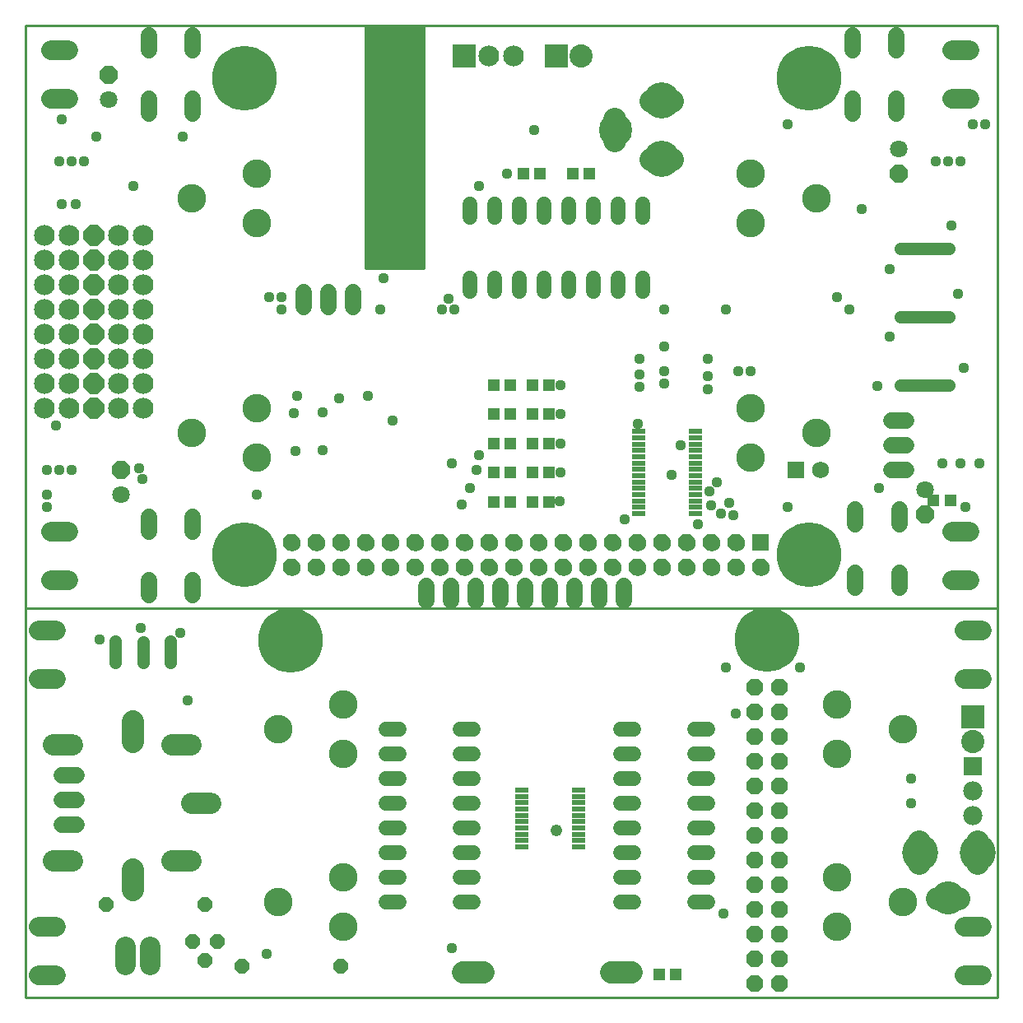
<source format=gbs>
G75*
%MOIN*%
%OFA0B0*%
%FSLAX25Y25*%
%IPPOS*%
%LPD*%
%AMOC8*
5,1,8,0,0,1.08239X$1,22.5*
%
%ADD10C,0.01000*%
%ADD11C,0.05000*%
%ADD12R,0.23622X0.98425*%
%ADD13C,0.00000*%
%ADD14C,0.11627*%
%ADD15R,0.06800X0.06800*%
%ADD16C,0.06800*%
%ADD17OC8,0.06800*%
%ADD18C,0.11600*%
%ADD19C,0.06737*%
%ADD20C,0.07850*%
%ADD21R,0.04934X0.05052*%
%ADD22R,0.05524X0.02178*%
%ADD23C,0.06000*%
%ADD24C,0.09400*%
%ADD25C,0.14643*%
%ADD26C,0.13461*%
%ADD27C,0.06800*%
%ADD28OC8,0.07100*%
%ADD29C,0.07100*%
%ADD30C,0.05950*%
%ADD31C,0.08600*%
%ADD32C,0.09050*%
%ADD33C,0.08200*%
%ADD34OC8,0.06000*%
%ADD35R,0.05131X0.04737*%
%ADD36R,0.05524X0.02375*%
%ADD37C,0.26200*%
%ADD38R,0.07800X0.07800*%
%ADD39R,0.09400X0.09400*%
%ADD40C,0.04369*%
%ADD41OC8,0.08400*%
%ADD42C,0.08400*%
%ADD43C,0.09400*%
%ADD44C,0.07800*%
%ADD45C,0.04762*%
D10*
X0013061Y0050702D02*
X0013061Y0208182D01*
X0406762Y0208182D01*
X0406762Y0444402D01*
X0174478Y0444402D01*
X0150856Y0444402D01*
X0150856Y0345977D01*
X0174478Y0345977D01*
X0174478Y0444402D01*
X0150856Y0444402D02*
X0013061Y0444402D01*
X0013061Y0208182D01*
X0013061Y0050702D02*
X0406762Y0050702D01*
X0406762Y0208182D01*
D11*
X0387077Y0298733D02*
X0367392Y0298733D01*
X0367392Y0326292D02*
X0387077Y0326292D01*
X0387077Y0353851D02*
X0367392Y0353851D01*
X0071561Y0194952D02*
X0071561Y0186452D01*
X0060561Y0186202D02*
X0060561Y0194702D01*
X0049311Y0194952D02*
X0049311Y0186452D01*
D12*
X0162667Y0395190D03*
D13*
X0096231Y0422749D02*
X0096233Y0422896D01*
X0096239Y0423042D01*
X0096249Y0423188D01*
X0096263Y0423334D01*
X0096281Y0423480D01*
X0096302Y0423625D01*
X0096328Y0423769D01*
X0096358Y0423913D01*
X0096391Y0424055D01*
X0096428Y0424197D01*
X0096469Y0424338D01*
X0096514Y0424477D01*
X0096563Y0424616D01*
X0096615Y0424753D01*
X0096672Y0424888D01*
X0096731Y0425022D01*
X0096795Y0425154D01*
X0096862Y0425284D01*
X0096932Y0425413D01*
X0097006Y0425540D01*
X0097083Y0425664D01*
X0097164Y0425787D01*
X0097248Y0425907D01*
X0097335Y0426025D01*
X0097425Y0426140D01*
X0097518Y0426253D01*
X0097615Y0426364D01*
X0097714Y0426472D01*
X0097816Y0426577D01*
X0097921Y0426679D01*
X0098029Y0426778D01*
X0098140Y0426875D01*
X0098253Y0426968D01*
X0098368Y0427058D01*
X0098486Y0427145D01*
X0098606Y0427229D01*
X0098729Y0427310D01*
X0098853Y0427387D01*
X0098980Y0427461D01*
X0099109Y0427531D01*
X0099239Y0427598D01*
X0099371Y0427662D01*
X0099505Y0427721D01*
X0099640Y0427778D01*
X0099777Y0427830D01*
X0099916Y0427879D01*
X0100055Y0427924D01*
X0100196Y0427965D01*
X0100338Y0428002D01*
X0100480Y0428035D01*
X0100624Y0428065D01*
X0100768Y0428091D01*
X0100913Y0428112D01*
X0101059Y0428130D01*
X0101205Y0428144D01*
X0101351Y0428154D01*
X0101497Y0428160D01*
X0101644Y0428162D01*
X0101791Y0428160D01*
X0101937Y0428154D01*
X0102083Y0428144D01*
X0102229Y0428130D01*
X0102375Y0428112D01*
X0102520Y0428091D01*
X0102664Y0428065D01*
X0102808Y0428035D01*
X0102950Y0428002D01*
X0103092Y0427965D01*
X0103233Y0427924D01*
X0103372Y0427879D01*
X0103511Y0427830D01*
X0103648Y0427778D01*
X0103783Y0427721D01*
X0103917Y0427662D01*
X0104049Y0427598D01*
X0104179Y0427531D01*
X0104308Y0427461D01*
X0104435Y0427387D01*
X0104559Y0427310D01*
X0104682Y0427229D01*
X0104802Y0427145D01*
X0104920Y0427058D01*
X0105035Y0426968D01*
X0105148Y0426875D01*
X0105259Y0426778D01*
X0105367Y0426679D01*
X0105472Y0426577D01*
X0105574Y0426472D01*
X0105673Y0426364D01*
X0105770Y0426253D01*
X0105863Y0426140D01*
X0105953Y0426025D01*
X0106040Y0425907D01*
X0106124Y0425787D01*
X0106205Y0425664D01*
X0106282Y0425540D01*
X0106356Y0425413D01*
X0106426Y0425284D01*
X0106493Y0425154D01*
X0106557Y0425022D01*
X0106616Y0424888D01*
X0106673Y0424753D01*
X0106725Y0424616D01*
X0106774Y0424477D01*
X0106819Y0424338D01*
X0106860Y0424197D01*
X0106897Y0424055D01*
X0106930Y0423913D01*
X0106960Y0423769D01*
X0106986Y0423625D01*
X0107007Y0423480D01*
X0107025Y0423334D01*
X0107039Y0423188D01*
X0107049Y0423042D01*
X0107055Y0422896D01*
X0107057Y0422749D01*
X0107055Y0422602D01*
X0107049Y0422456D01*
X0107039Y0422310D01*
X0107025Y0422164D01*
X0107007Y0422018D01*
X0106986Y0421873D01*
X0106960Y0421729D01*
X0106930Y0421585D01*
X0106897Y0421443D01*
X0106860Y0421301D01*
X0106819Y0421160D01*
X0106774Y0421021D01*
X0106725Y0420882D01*
X0106673Y0420745D01*
X0106616Y0420610D01*
X0106557Y0420476D01*
X0106493Y0420344D01*
X0106426Y0420214D01*
X0106356Y0420085D01*
X0106282Y0419958D01*
X0106205Y0419834D01*
X0106124Y0419711D01*
X0106040Y0419591D01*
X0105953Y0419473D01*
X0105863Y0419358D01*
X0105770Y0419245D01*
X0105673Y0419134D01*
X0105574Y0419026D01*
X0105472Y0418921D01*
X0105367Y0418819D01*
X0105259Y0418720D01*
X0105148Y0418623D01*
X0105035Y0418530D01*
X0104920Y0418440D01*
X0104802Y0418353D01*
X0104682Y0418269D01*
X0104559Y0418188D01*
X0104435Y0418111D01*
X0104308Y0418037D01*
X0104179Y0417967D01*
X0104049Y0417900D01*
X0103917Y0417836D01*
X0103783Y0417777D01*
X0103648Y0417720D01*
X0103511Y0417668D01*
X0103372Y0417619D01*
X0103233Y0417574D01*
X0103092Y0417533D01*
X0102950Y0417496D01*
X0102808Y0417463D01*
X0102664Y0417433D01*
X0102520Y0417407D01*
X0102375Y0417386D01*
X0102229Y0417368D01*
X0102083Y0417354D01*
X0101937Y0417344D01*
X0101791Y0417338D01*
X0101644Y0417336D01*
X0101497Y0417338D01*
X0101351Y0417344D01*
X0101205Y0417354D01*
X0101059Y0417368D01*
X0100913Y0417386D01*
X0100768Y0417407D01*
X0100624Y0417433D01*
X0100480Y0417463D01*
X0100338Y0417496D01*
X0100196Y0417533D01*
X0100055Y0417574D01*
X0099916Y0417619D01*
X0099777Y0417668D01*
X0099640Y0417720D01*
X0099505Y0417777D01*
X0099371Y0417836D01*
X0099239Y0417900D01*
X0099109Y0417967D01*
X0098980Y0418037D01*
X0098853Y0418111D01*
X0098729Y0418188D01*
X0098606Y0418269D01*
X0098486Y0418353D01*
X0098368Y0418440D01*
X0098253Y0418530D01*
X0098140Y0418623D01*
X0098029Y0418720D01*
X0097921Y0418819D01*
X0097816Y0418921D01*
X0097714Y0419026D01*
X0097615Y0419134D01*
X0097518Y0419245D01*
X0097425Y0419358D01*
X0097335Y0419473D01*
X0097248Y0419591D01*
X0097164Y0419711D01*
X0097083Y0419834D01*
X0097006Y0419958D01*
X0096932Y0420085D01*
X0096862Y0420214D01*
X0096795Y0420344D01*
X0096731Y0420476D01*
X0096672Y0420610D01*
X0096615Y0420745D01*
X0096563Y0420882D01*
X0096514Y0421021D01*
X0096469Y0421160D01*
X0096428Y0421301D01*
X0096391Y0421443D01*
X0096358Y0421585D01*
X0096328Y0421729D01*
X0096302Y0421873D01*
X0096281Y0422018D01*
X0096263Y0422164D01*
X0096249Y0422310D01*
X0096239Y0422456D01*
X0096233Y0422602D01*
X0096231Y0422749D01*
X0096231Y0229835D02*
X0096233Y0229982D01*
X0096239Y0230128D01*
X0096249Y0230274D01*
X0096263Y0230420D01*
X0096281Y0230566D01*
X0096302Y0230711D01*
X0096328Y0230855D01*
X0096358Y0230999D01*
X0096391Y0231141D01*
X0096428Y0231283D01*
X0096469Y0231424D01*
X0096514Y0231563D01*
X0096563Y0231702D01*
X0096615Y0231839D01*
X0096672Y0231974D01*
X0096731Y0232108D01*
X0096795Y0232240D01*
X0096862Y0232370D01*
X0096932Y0232499D01*
X0097006Y0232626D01*
X0097083Y0232750D01*
X0097164Y0232873D01*
X0097248Y0232993D01*
X0097335Y0233111D01*
X0097425Y0233226D01*
X0097518Y0233339D01*
X0097615Y0233450D01*
X0097714Y0233558D01*
X0097816Y0233663D01*
X0097921Y0233765D01*
X0098029Y0233864D01*
X0098140Y0233961D01*
X0098253Y0234054D01*
X0098368Y0234144D01*
X0098486Y0234231D01*
X0098606Y0234315D01*
X0098729Y0234396D01*
X0098853Y0234473D01*
X0098980Y0234547D01*
X0099109Y0234617D01*
X0099239Y0234684D01*
X0099371Y0234748D01*
X0099505Y0234807D01*
X0099640Y0234864D01*
X0099777Y0234916D01*
X0099916Y0234965D01*
X0100055Y0235010D01*
X0100196Y0235051D01*
X0100338Y0235088D01*
X0100480Y0235121D01*
X0100624Y0235151D01*
X0100768Y0235177D01*
X0100913Y0235198D01*
X0101059Y0235216D01*
X0101205Y0235230D01*
X0101351Y0235240D01*
X0101497Y0235246D01*
X0101644Y0235248D01*
X0101791Y0235246D01*
X0101937Y0235240D01*
X0102083Y0235230D01*
X0102229Y0235216D01*
X0102375Y0235198D01*
X0102520Y0235177D01*
X0102664Y0235151D01*
X0102808Y0235121D01*
X0102950Y0235088D01*
X0103092Y0235051D01*
X0103233Y0235010D01*
X0103372Y0234965D01*
X0103511Y0234916D01*
X0103648Y0234864D01*
X0103783Y0234807D01*
X0103917Y0234748D01*
X0104049Y0234684D01*
X0104179Y0234617D01*
X0104308Y0234547D01*
X0104435Y0234473D01*
X0104559Y0234396D01*
X0104682Y0234315D01*
X0104802Y0234231D01*
X0104920Y0234144D01*
X0105035Y0234054D01*
X0105148Y0233961D01*
X0105259Y0233864D01*
X0105367Y0233765D01*
X0105472Y0233663D01*
X0105574Y0233558D01*
X0105673Y0233450D01*
X0105770Y0233339D01*
X0105863Y0233226D01*
X0105953Y0233111D01*
X0106040Y0232993D01*
X0106124Y0232873D01*
X0106205Y0232750D01*
X0106282Y0232626D01*
X0106356Y0232499D01*
X0106426Y0232370D01*
X0106493Y0232240D01*
X0106557Y0232108D01*
X0106616Y0231974D01*
X0106673Y0231839D01*
X0106725Y0231702D01*
X0106774Y0231563D01*
X0106819Y0231424D01*
X0106860Y0231283D01*
X0106897Y0231141D01*
X0106930Y0230999D01*
X0106960Y0230855D01*
X0106986Y0230711D01*
X0107007Y0230566D01*
X0107025Y0230420D01*
X0107039Y0230274D01*
X0107049Y0230128D01*
X0107055Y0229982D01*
X0107057Y0229835D01*
X0107055Y0229688D01*
X0107049Y0229542D01*
X0107039Y0229396D01*
X0107025Y0229250D01*
X0107007Y0229104D01*
X0106986Y0228959D01*
X0106960Y0228815D01*
X0106930Y0228671D01*
X0106897Y0228529D01*
X0106860Y0228387D01*
X0106819Y0228246D01*
X0106774Y0228107D01*
X0106725Y0227968D01*
X0106673Y0227831D01*
X0106616Y0227696D01*
X0106557Y0227562D01*
X0106493Y0227430D01*
X0106426Y0227300D01*
X0106356Y0227171D01*
X0106282Y0227044D01*
X0106205Y0226920D01*
X0106124Y0226797D01*
X0106040Y0226677D01*
X0105953Y0226559D01*
X0105863Y0226444D01*
X0105770Y0226331D01*
X0105673Y0226220D01*
X0105574Y0226112D01*
X0105472Y0226007D01*
X0105367Y0225905D01*
X0105259Y0225806D01*
X0105148Y0225709D01*
X0105035Y0225616D01*
X0104920Y0225526D01*
X0104802Y0225439D01*
X0104682Y0225355D01*
X0104559Y0225274D01*
X0104435Y0225197D01*
X0104308Y0225123D01*
X0104179Y0225053D01*
X0104049Y0224986D01*
X0103917Y0224922D01*
X0103783Y0224863D01*
X0103648Y0224806D01*
X0103511Y0224754D01*
X0103372Y0224705D01*
X0103233Y0224660D01*
X0103092Y0224619D01*
X0102950Y0224582D01*
X0102808Y0224549D01*
X0102664Y0224519D01*
X0102520Y0224493D01*
X0102375Y0224472D01*
X0102229Y0224454D01*
X0102083Y0224440D01*
X0101937Y0224430D01*
X0101791Y0224424D01*
X0101644Y0224422D01*
X0101497Y0224424D01*
X0101351Y0224430D01*
X0101205Y0224440D01*
X0101059Y0224454D01*
X0100913Y0224472D01*
X0100768Y0224493D01*
X0100624Y0224519D01*
X0100480Y0224549D01*
X0100338Y0224582D01*
X0100196Y0224619D01*
X0100055Y0224660D01*
X0099916Y0224705D01*
X0099777Y0224754D01*
X0099640Y0224806D01*
X0099505Y0224863D01*
X0099371Y0224922D01*
X0099239Y0224986D01*
X0099109Y0225053D01*
X0098980Y0225123D01*
X0098853Y0225197D01*
X0098729Y0225274D01*
X0098606Y0225355D01*
X0098486Y0225439D01*
X0098368Y0225526D01*
X0098253Y0225616D01*
X0098140Y0225709D01*
X0098029Y0225806D01*
X0097921Y0225905D01*
X0097816Y0226007D01*
X0097714Y0226112D01*
X0097615Y0226220D01*
X0097518Y0226331D01*
X0097425Y0226444D01*
X0097335Y0226559D01*
X0097248Y0226677D01*
X0097164Y0226797D01*
X0097083Y0226920D01*
X0097006Y0227044D01*
X0096932Y0227171D01*
X0096862Y0227300D01*
X0096795Y0227430D01*
X0096731Y0227562D01*
X0096672Y0227696D01*
X0096615Y0227831D01*
X0096563Y0227968D01*
X0096514Y0228107D01*
X0096469Y0228246D01*
X0096428Y0228387D01*
X0096391Y0228529D01*
X0096358Y0228671D01*
X0096328Y0228815D01*
X0096302Y0228959D01*
X0096281Y0229104D01*
X0096263Y0229250D01*
X0096249Y0229396D01*
X0096239Y0229542D01*
X0096233Y0229688D01*
X0096231Y0229835D01*
X0324577Y0229835D02*
X0324579Y0229982D01*
X0324585Y0230128D01*
X0324595Y0230274D01*
X0324609Y0230420D01*
X0324627Y0230566D01*
X0324648Y0230711D01*
X0324674Y0230855D01*
X0324704Y0230999D01*
X0324737Y0231141D01*
X0324774Y0231283D01*
X0324815Y0231424D01*
X0324860Y0231563D01*
X0324909Y0231702D01*
X0324961Y0231839D01*
X0325018Y0231974D01*
X0325077Y0232108D01*
X0325141Y0232240D01*
X0325208Y0232370D01*
X0325278Y0232499D01*
X0325352Y0232626D01*
X0325429Y0232750D01*
X0325510Y0232873D01*
X0325594Y0232993D01*
X0325681Y0233111D01*
X0325771Y0233226D01*
X0325864Y0233339D01*
X0325961Y0233450D01*
X0326060Y0233558D01*
X0326162Y0233663D01*
X0326267Y0233765D01*
X0326375Y0233864D01*
X0326486Y0233961D01*
X0326599Y0234054D01*
X0326714Y0234144D01*
X0326832Y0234231D01*
X0326952Y0234315D01*
X0327075Y0234396D01*
X0327199Y0234473D01*
X0327326Y0234547D01*
X0327455Y0234617D01*
X0327585Y0234684D01*
X0327717Y0234748D01*
X0327851Y0234807D01*
X0327986Y0234864D01*
X0328123Y0234916D01*
X0328262Y0234965D01*
X0328401Y0235010D01*
X0328542Y0235051D01*
X0328684Y0235088D01*
X0328826Y0235121D01*
X0328970Y0235151D01*
X0329114Y0235177D01*
X0329259Y0235198D01*
X0329405Y0235216D01*
X0329551Y0235230D01*
X0329697Y0235240D01*
X0329843Y0235246D01*
X0329990Y0235248D01*
X0330137Y0235246D01*
X0330283Y0235240D01*
X0330429Y0235230D01*
X0330575Y0235216D01*
X0330721Y0235198D01*
X0330866Y0235177D01*
X0331010Y0235151D01*
X0331154Y0235121D01*
X0331296Y0235088D01*
X0331438Y0235051D01*
X0331579Y0235010D01*
X0331718Y0234965D01*
X0331857Y0234916D01*
X0331994Y0234864D01*
X0332129Y0234807D01*
X0332263Y0234748D01*
X0332395Y0234684D01*
X0332525Y0234617D01*
X0332654Y0234547D01*
X0332781Y0234473D01*
X0332905Y0234396D01*
X0333028Y0234315D01*
X0333148Y0234231D01*
X0333266Y0234144D01*
X0333381Y0234054D01*
X0333494Y0233961D01*
X0333605Y0233864D01*
X0333713Y0233765D01*
X0333818Y0233663D01*
X0333920Y0233558D01*
X0334019Y0233450D01*
X0334116Y0233339D01*
X0334209Y0233226D01*
X0334299Y0233111D01*
X0334386Y0232993D01*
X0334470Y0232873D01*
X0334551Y0232750D01*
X0334628Y0232626D01*
X0334702Y0232499D01*
X0334772Y0232370D01*
X0334839Y0232240D01*
X0334903Y0232108D01*
X0334962Y0231974D01*
X0335019Y0231839D01*
X0335071Y0231702D01*
X0335120Y0231563D01*
X0335165Y0231424D01*
X0335206Y0231283D01*
X0335243Y0231141D01*
X0335276Y0230999D01*
X0335306Y0230855D01*
X0335332Y0230711D01*
X0335353Y0230566D01*
X0335371Y0230420D01*
X0335385Y0230274D01*
X0335395Y0230128D01*
X0335401Y0229982D01*
X0335403Y0229835D01*
X0335401Y0229688D01*
X0335395Y0229542D01*
X0335385Y0229396D01*
X0335371Y0229250D01*
X0335353Y0229104D01*
X0335332Y0228959D01*
X0335306Y0228815D01*
X0335276Y0228671D01*
X0335243Y0228529D01*
X0335206Y0228387D01*
X0335165Y0228246D01*
X0335120Y0228107D01*
X0335071Y0227968D01*
X0335019Y0227831D01*
X0334962Y0227696D01*
X0334903Y0227562D01*
X0334839Y0227430D01*
X0334772Y0227300D01*
X0334702Y0227171D01*
X0334628Y0227044D01*
X0334551Y0226920D01*
X0334470Y0226797D01*
X0334386Y0226677D01*
X0334299Y0226559D01*
X0334209Y0226444D01*
X0334116Y0226331D01*
X0334019Y0226220D01*
X0333920Y0226112D01*
X0333818Y0226007D01*
X0333713Y0225905D01*
X0333605Y0225806D01*
X0333494Y0225709D01*
X0333381Y0225616D01*
X0333266Y0225526D01*
X0333148Y0225439D01*
X0333028Y0225355D01*
X0332905Y0225274D01*
X0332781Y0225197D01*
X0332654Y0225123D01*
X0332525Y0225053D01*
X0332395Y0224986D01*
X0332263Y0224922D01*
X0332129Y0224863D01*
X0331994Y0224806D01*
X0331857Y0224754D01*
X0331718Y0224705D01*
X0331579Y0224660D01*
X0331438Y0224619D01*
X0331296Y0224582D01*
X0331154Y0224549D01*
X0331010Y0224519D01*
X0330866Y0224493D01*
X0330721Y0224472D01*
X0330575Y0224454D01*
X0330429Y0224440D01*
X0330283Y0224430D01*
X0330137Y0224424D01*
X0329990Y0224422D01*
X0329843Y0224424D01*
X0329697Y0224430D01*
X0329551Y0224440D01*
X0329405Y0224454D01*
X0329259Y0224472D01*
X0329114Y0224493D01*
X0328970Y0224519D01*
X0328826Y0224549D01*
X0328684Y0224582D01*
X0328542Y0224619D01*
X0328401Y0224660D01*
X0328262Y0224705D01*
X0328123Y0224754D01*
X0327986Y0224806D01*
X0327851Y0224863D01*
X0327717Y0224922D01*
X0327585Y0224986D01*
X0327455Y0225053D01*
X0327326Y0225123D01*
X0327199Y0225197D01*
X0327075Y0225274D01*
X0326952Y0225355D01*
X0326832Y0225439D01*
X0326714Y0225526D01*
X0326599Y0225616D01*
X0326486Y0225709D01*
X0326375Y0225806D01*
X0326267Y0225905D01*
X0326162Y0226007D01*
X0326060Y0226112D01*
X0325961Y0226220D01*
X0325864Y0226331D01*
X0325771Y0226444D01*
X0325681Y0226559D01*
X0325594Y0226677D01*
X0325510Y0226797D01*
X0325429Y0226920D01*
X0325352Y0227044D01*
X0325278Y0227171D01*
X0325208Y0227300D01*
X0325141Y0227430D01*
X0325077Y0227562D01*
X0325018Y0227696D01*
X0324961Y0227831D01*
X0324909Y0227968D01*
X0324860Y0228107D01*
X0324815Y0228246D01*
X0324774Y0228387D01*
X0324737Y0228529D01*
X0324704Y0228671D01*
X0324674Y0228815D01*
X0324648Y0228959D01*
X0324627Y0229104D01*
X0324609Y0229250D01*
X0324595Y0229396D01*
X0324585Y0229542D01*
X0324579Y0229688D01*
X0324577Y0229835D01*
X0324577Y0422749D02*
X0324579Y0422896D01*
X0324585Y0423042D01*
X0324595Y0423188D01*
X0324609Y0423334D01*
X0324627Y0423480D01*
X0324648Y0423625D01*
X0324674Y0423769D01*
X0324704Y0423913D01*
X0324737Y0424055D01*
X0324774Y0424197D01*
X0324815Y0424338D01*
X0324860Y0424477D01*
X0324909Y0424616D01*
X0324961Y0424753D01*
X0325018Y0424888D01*
X0325077Y0425022D01*
X0325141Y0425154D01*
X0325208Y0425284D01*
X0325278Y0425413D01*
X0325352Y0425540D01*
X0325429Y0425664D01*
X0325510Y0425787D01*
X0325594Y0425907D01*
X0325681Y0426025D01*
X0325771Y0426140D01*
X0325864Y0426253D01*
X0325961Y0426364D01*
X0326060Y0426472D01*
X0326162Y0426577D01*
X0326267Y0426679D01*
X0326375Y0426778D01*
X0326486Y0426875D01*
X0326599Y0426968D01*
X0326714Y0427058D01*
X0326832Y0427145D01*
X0326952Y0427229D01*
X0327075Y0427310D01*
X0327199Y0427387D01*
X0327326Y0427461D01*
X0327455Y0427531D01*
X0327585Y0427598D01*
X0327717Y0427662D01*
X0327851Y0427721D01*
X0327986Y0427778D01*
X0328123Y0427830D01*
X0328262Y0427879D01*
X0328401Y0427924D01*
X0328542Y0427965D01*
X0328684Y0428002D01*
X0328826Y0428035D01*
X0328970Y0428065D01*
X0329114Y0428091D01*
X0329259Y0428112D01*
X0329405Y0428130D01*
X0329551Y0428144D01*
X0329697Y0428154D01*
X0329843Y0428160D01*
X0329990Y0428162D01*
X0330137Y0428160D01*
X0330283Y0428154D01*
X0330429Y0428144D01*
X0330575Y0428130D01*
X0330721Y0428112D01*
X0330866Y0428091D01*
X0331010Y0428065D01*
X0331154Y0428035D01*
X0331296Y0428002D01*
X0331438Y0427965D01*
X0331579Y0427924D01*
X0331718Y0427879D01*
X0331857Y0427830D01*
X0331994Y0427778D01*
X0332129Y0427721D01*
X0332263Y0427662D01*
X0332395Y0427598D01*
X0332525Y0427531D01*
X0332654Y0427461D01*
X0332781Y0427387D01*
X0332905Y0427310D01*
X0333028Y0427229D01*
X0333148Y0427145D01*
X0333266Y0427058D01*
X0333381Y0426968D01*
X0333494Y0426875D01*
X0333605Y0426778D01*
X0333713Y0426679D01*
X0333818Y0426577D01*
X0333920Y0426472D01*
X0334019Y0426364D01*
X0334116Y0426253D01*
X0334209Y0426140D01*
X0334299Y0426025D01*
X0334386Y0425907D01*
X0334470Y0425787D01*
X0334551Y0425664D01*
X0334628Y0425540D01*
X0334702Y0425413D01*
X0334772Y0425284D01*
X0334839Y0425154D01*
X0334903Y0425022D01*
X0334962Y0424888D01*
X0335019Y0424753D01*
X0335071Y0424616D01*
X0335120Y0424477D01*
X0335165Y0424338D01*
X0335206Y0424197D01*
X0335243Y0424055D01*
X0335276Y0423913D01*
X0335306Y0423769D01*
X0335332Y0423625D01*
X0335353Y0423480D01*
X0335371Y0423334D01*
X0335385Y0423188D01*
X0335395Y0423042D01*
X0335401Y0422896D01*
X0335403Y0422749D01*
X0335401Y0422602D01*
X0335395Y0422456D01*
X0335385Y0422310D01*
X0335371Y0422164D01*
X0335353Y0422018D01*
X0335332Y0421873D01*
X0335306Y0421729D01*
X0335276Y0421585D01*
X0335243Y0421443D01*
X0335206Y0421301D01*
X0335165Y0421160D01*
X0335120Y0421021D01*
X0335071Y0420882D01*
X0335019Y0420745D01*
X0334962Y0420610D01*
X0334903Y0420476D01*
X0334839Y0420344D01*
X0334772Y0420214D01*
X0334702Y0420085D01*
X0334628Y0419958D01*
X0334551Y0419834D01*
X0334470Y0419711D01*
X0334386Y0419591D01*
X0334299Y0419473D01*
X0334209Y0419358D01*
X0334116Y0419245D01*
X0334019Y0419134D01*
X0333920Y0419026D01*
X0333818Y0418921D01*
X0333713Y0418819D01*
X0333605Y0418720D01*
X0333494Y0418623D01*
X0333381Y0418530D01*
X0333266Y0418440D01*
X0333148Y0418353D01*
X0333028Y0418269D01*
X0332905Y0418188D01*
X0332781Y0418111D01*
X0332654Y0418037D01*
X0332525Y0417967D01*
X0332395Y0417900D01*
X0332263Y0417836D01*
X0332129Y0417777D01*
X0331994Y0417720D01*
X0331857Y0417668D01*
X0331718Y0417619D01*
X0331579Y0417574D01*
X0331438Y0417533D01*
X0331296Y0417496D01*
X0331154Y0417463D01*
X0331010Y0417433D01*
X0330866Y0417407D01*
X0330721Y0417386D01*
X0330575Y0417368D01*
X0330429Y0417354D01*
X0330283Y0417344D01*
X0330137Y0417338D01*
X0329990Y0417336D01*
X0329843Y0417338D01*
X0329697Y0417344D01*
X0329551Y0417354D01*
X0329405Y0417368D01*
X0329259Y0417386D01*
X0329114Y0417407D01*
X0328970Y0417433D01*
X0328826Y0417463D01*
X0328684Y0417496D01*
X0328542Y0417533D01*
X0328401Y0417574D01*
X0328262Y0417619D01*
X0328123Y0417668D01*
X0327986Y0417720D01*
X0327851Y0417777D01*
X0327717Y0417836D01*
X0327585Y0417900D01*
X0327455Y0417967D01*
X0327326Y0418037D01*
X0327199Y0418111D01*
X0327075Y0418188D01*
X0326952Y0418269D01*
X0326832Y0418353D01*
X0326714Y0418440D01*
X0326599Y0418530D01*
X0326486Y0418623D01*
X0326375Y0418720D01*
X0326267Y0418819D01*
X0326162Y0418921D01*
X0326060Y0419026D01*
X0325961Y0419134D01*
X0325864Y0419245D01*
X0325771Y0419358D01*
X0325681Y0419473D01*
X0325594Y0419591D01*
X0325510Y0419711D01*
X0325429Y0419834D01*
X0325352Y0419958D01*
X0325278Y0420085D01*
X0325208Y0420214D01*
X0325141Y0420344D01*
X0325077Y0420476D01*
X0325018Y0420610D01*
X0324961Y0420745D01*
X0324909Y0420882D01*
X0324860Y0421021D01*
X0324815Y0421160D01*
X0324774Y0421301D01*
X0324737Y0421443D01*
X0324704Y0421585D01*
X0324674Y0421729D01*
X0324648Y0421873D01*
X0324627Y0422018D01*
X0324609Y0422164D01*
X0324595Y0422310D01*
X0324585Y0422456D01*
X0324579Y0422602D01*
X0324577Y0422749D01*
D14*
X0329990Y0422749D03*
X0329990Y0229835D03*
X0101644Y0229835D03*
X0101644Y0422749D03*
D15*
X0310817Y0234835D03*
X0324872Y0264324D03*
D16*
X0334872Y0264324D03*
X0300870Y0234828D03*
X0300870Y0224828D03*
X0290870Y0224828D03*
X0280870Y0224828D03*
X0280870Y0234828D03*
X0290870Y0234828D03*
X0270870Y0234828D03*
X0270870Y0224828D03*
X0260870Y0224828D03*
X0250870Y0224828D03*
X0250870Y0234828D03*
X0260870Y0234828D03*
X0240870Y0234828D03*
X0240870Y0224828D03*
X0230870Y0224828D03*
X0220870Y0224828D03*
X0210870Y0224828D03*
X0210870Y0234828D03*
X0220870Y0234828D03*
X0230870Y0234828D03*
X0200870Y0234828D03*
X0200870Y0224828D03*
X0190870Y0224828D03*
X0180870Y0224828D03*
X0180870Y0234828D03*
X0190870Y0234828D03*
X0170870Y0234828D03*
X0170870Y0224828D03*
X0160870Y0224828D03*
X0150870Y0224828D03*
X0150870Y0234828D03*
X0160870Y0234828D03*
X0140870Y0234828D03*
X0140870Y0224828D03*
X0130870Y0224828D03*
X0120870Y0224828D03*
X0120870Y0234828D03*
X0130870Y0234828D03*
X0310870Y0224828D03*
D17*
X0310762Y0224902D03*
X0310762Y0224902D03*
X0310762Y0234902D03*
X0310762Y0234902D03*
X0300762Y0234902D03*
X0300762Y0234902D03*
X0300762Y0224902D03*
X0300762Y0224902D03*
X0290762Y0224902D03*
X0290762Y0224902D03*
X0280762Y0224902D03*
X0280762Y0224902D03*
X0280762Y0234902D03*
X0280762Y0234902D03*
X0290762Y0234902D03*
X0290762Y0234902D03*
X0270762Y0234902D03*
X0270762Y0234902D03*
X0270762Y0224902D03*
X0270762Y0224902D03*
X0260762Y0224902D03*
X0260762Y0224902D03*
X0250762Y0224902D03*
X0250762Y0224902D03*
X0250762Y0234902D03*
X0250762Y0234902D03*
X0260762Y0234902D03*
X0260762Y0234902D03*
X0240762Y0234902D03*
X0240762Y0234902D03*
X0240762Y0224902D03*
X0240762Y0224902D03*
X0230762Y0224902D03*
X0230762Y0224902D03*
X0220762Y0224902D03*
X0220762Y0224902D03*
X0220762Y0234902D03*
X0220762Y0234902D03*
X0230762Y0234902D03*
X0230762Y0234902D03*
X0210762Y0234902D03*
X0210762Y0234902D03*
X0210762Y0224902D03*
X0210762Y0224902D03*
X0200762Y0224902D03*
X0200762Y0224902D03*
X0190762Y0224902D03*
X0190762Y0224902D03*
X0180762Y0224902D03*
X0180762Y0224902D03*
X0180762Y0234902D03*
X0180762Y0234902D03*
X0190762Y0234902D03*
X0190762Y0234902D03*
X0200762Y0234902D03*
X0200762Y0234902D03*
X0170762Y0234902D03*
X0170762Y0234902D03*
X0170762Y0224902D03*
X0170762Y0224902D03*
X0160762Y0224902D03*
X0160762Y0224902D03*
X0150762Y0224902D03*
X0150762Y0224902D03*
X0150762Y0234902D03*
X0150762Y0234902D03*
X0160762Y0234902D03*
X0160762Y0234902D03*
X0140762Y0234902D03*
X0140762Y0234902D03*
X0140762Y0224902D03*
X0140762Y0224902D03*
X0130762Y0224902D03*
X0130762Y0224902D03*
X0120762Y0224902D03*
X0120762Y0224902D03*
X0120762Y0234902D03*
X0120762Y0234902D03*
X0130762Y0234902D03*
X0130762Y0234902D03*
X0308262Y0176402D03*
X0308262Y0166402D03*
X0318262Y0166402D03*
X0318262Y0176402D03*
X0318262Y0156402D03*
X0318262Y0146402D03*
X0318262Y0136402D03*
X0318262Y0126402D03*
X0318262Y0116402D03*
X0308262Y0116402D03*
X0308262Y0126402D03*
X0308262Y0136402D03*
X0308262Y0146402D03*
X0308262Y0156402D03*
X0308262Y0106402D03*
X0308262Y0096402D03*
X0308262Y0086402D03*
X0308262Y0076402D03*
X0318262Y0076402D03*
X0318262Y0086402D03*
X0318262Y0096402D03*
X0318262Y0106402D03*
X0318262Y0066402D03*
X0318262Y0056402D03*
X0308262Y0056402D03*
X0308262Y0066402D03*
D18*
X0341683Y0079442D03*
X0341683Y0099442D03*
X0368250Y0089442D03*
X0341683Y0149442D03*
X0341683Y0169442D03*
X0368250Y0159442D03*
X0306683Y0269442D03*
X0306683Y0289442D03*
X0333250Y0279442D03*
X0306683Y0364442D03*
X0306683Y0384442D03*
X0333250Y0374442D03*
X0141841Y0169363D03*
X0141841Y0149363D03*
X0115274Y0159363D03*
X0141841Y0099363D03*
X0141841Y0079363D03*
X0115274Y0089363D03*
X0106841Y0269363D03*
X0106841Y0289363D03*
X0080274Y0279363D03*
X0106841Y0364363D03*
X0106841Y0384363D03*
X0080274Y0374363D03*
D19*
X0125561Y0336170D02*
X0125561Y0330233D01*
X0135561Y0330233D02*
X0135561Y0336170D01*
X0145561Y0336170D02*
X0145561Y0330233D01*
X0033530Y0140702D02*
X0027593Y0140702D01*
X0027593Y0130702D02*
X0033530Y0130702D01*
X0033530Y0120702D02*
X0027593Y0120702D01*
X0363793Y0264402D02*
X0369730Y0264402D01*
X0369730Y0274402D02*
X0363793Y0274402D01*
X0363793Y0284402D02*
X0369730Y0284402D01*
D20*
X0388237Y0239245D02*
X0395287Y0239245D01*
X0395287Y0219560D02*
X0388237Y0219560D01*
X0393237Y0199245D02*
X0400287Y0199245D01*
X0400287Y0179560D02*
X0393237Y0179560D01*
X0393237Y0079245D02*
X0400287Y0079245D01*
X0400287Y0059560D02*
X0393237Y0059560D01*
X0395287Y0414560D02*
X0388237Y0414560D01*
X0388237Y0434245D02*
X0395287Y0434245D01*
X0030287Y0434245D02*
X0023237Y0434245D01*
X0023237Y0414560D02*
X0030287Y0414560D01*
X0030287Y0239245D02*
X0023237Y0239245D01*
X0023237Y0219560D02*
X0030287Y0219560D01*
X0025287Y0199245D02*
X0018237Y0199245D01*
X0018237Y0179560D02*
X0025287Y0179560D01*
X0025287Y0079245D02*
X0018237Y0079245D01*
X0018237Y0059560D02*
X0025287Y0059560D01*
D21*
X0202530Y0251489D03*
X0209419Y0251489D03*
X0218278Y0251489D03*
X0225167Y0251489D03*
X0225167Y0263300D03*
X0218278Y0263300D03*
X0209419Y0263300D03*
X0202530Y0263300D03*
X0202530Y0275111D03*
X0209419Y0275111D03*
X0218278Y0275111D03*
X0225167Y0275111D03*
X0225167Y0286922D03*
X0218278Y0286922D03*
X0209419Y0286922D03*
X0202530Y0286922D03*
X0202530Y0298733D03*
X0209419Y0298733D03*
X0218278Y0298733D03*
X0225167Y0298733D03*
X0221506Y0384402D03*
X0214616Y0384402D03*
X0234616Y0384402D03*
X0241506Y0384402D03*
X0380817Y0251902D03*
X0387707Y0251902D03*
D22*
X0284321Y0251784D03*
X0284321Y0249225D03*
X0284321Y0246666D03*
X0284321Y0254343D03*
X0284321Y0256902D03*
X0284321Y0259461D03*
X0284321Y0262020D03*
X0284321Y0264580D03*
X0284321Y0267139D03*
X0284321Y0269698D03*
X0284321Y0272257D03*
X0284321Y0274816D03*
X0284321Y0277375D03*
X0284321Y0279934D03*
X0261486Y0279934D03*
X0261486Y0277375D03*
X0261486Y0274816D03*
X0261486Y0272257D03*
X0261486Y0269698D03*
X0261486Y0267139D03*
X0261486Y0264580D03*
X0261486Y0262020D03*
X0261486Y0259461D03*
X0261486Y0256902D03*
X0261486Y0254343D03*
X0261486Y0251784D03*
X0261486Y0249225D03*
X0261486Y0246666D03*
D23*
X0263061Y0336802D02*
X0263061Y0342002D01*
X0253061Y0342002D02*
X0253061Y0336802D01*
X0243061Y0336802D02*
X0243061Y0342002D01*
X0233061Y0342002D02*
X0233061Y0336802D01*
X0223061Y0336802D02*
X0223061Y0342002D01*
X0213061Y0342002D02*
X0213061Y0336802D01*
X0203061Y0336802D02*
X0203061Y0342002D01*
X0193061Y0342002D02*
X0193061Y0336802D01*
X0193061Y0366802D02*
X0193061Y0372002D01*
X0203061Y0372002D02*
X0203061Y0366802D01*
X0213061Y0366802D02*
X0213061Y0372002D01*
X0223061Y0372002D02*
X0223061Y0366802D01*
X0233061Y0366802D02*
X0233061Y0372002D01*
X0243061Y0372002D02*
X0243061Y0366802D01*
X0253061Y0366802D02*
X0253061Y0372002D01*
X0263061Y0372002D02*
X0263061Y0366802D01*
D24*
X0266261Y0390091D02*
X0274861Y0390091D01*
X0274861Y0413713D02*
X0266261Y0413713D01*
X0251663Y0406202D02*
X0251663Y0397602D01*
X0374951Y0113702D02*
X0374951Y0105102D01*
X0382462Y0090505D02*
X0391062Y0090505D01*
X0398573Y0105102D02*
X0398573Y0113702D01*
D25*
X0398762Y0109402D03*
X0375262Y0109402D03*
X0270561Y0390402D03*
X0270561Y0413902D03*
D26*
X0252061Y0401902D03*
X0386762Y0090902D03*
D27*
X0366912Y0216602D02*
X0366912Y0222602D01*
X0349112Y0222602D02*
X0349112Y0216602D01*
X0349112Y0242202D02*
X0349112Y0248202D01*
X0366912Y0248202D02*
X0366912Y0242202D01*
X0255512Y0217402D02*
X0255512Y0211402D01*
X0245512Y0211402D02*
X0245512Y0217402D01*
X0235512Y0217402D02*
X0235512Y0211402D01*
X0225512Y0211402D02*
X0225512Y0217402D01*
X0215512Y0217402D02*
X0215512Y0211402D01*
X0205512Y0211402D02*
X0205512Y0217402D01*
X0195512Y0217402D02*
X0195512Y0211402D01*
X0185512Y0211402D02*
X0185512Y0217402D01*
X0175512Y0217402D02*
X0175512Y0211402D01*
X0080662Y0213602D02*
X0080662Y0219602D01*
X0062862Y0219602D02*
X0062862Y0213602D01*
X0062862Y0239202D02*
X0062862Y0245202D01*
X0080662Y0245202D02*
X0080662Y0239202D01*
X0080662Y0408602D02*
X0080662Y0414602D01*
X0062862Y0414602D02*
X0062862Y0408602D01*
X0062862Y0434202D02*
X0062862Y0440202D01*
X0080662Y0440202D02*
X0080662Y0434202D01*
X0347862Y0434202D02*
X0347862Y0440202D01*
X0365662Y0440202D02*
X0365662Y0434202D01*
X0365662Y0414602D02*
X0365662Y0408602D01*
X0347862Y0408602D02*
X0347862Y0414602D01*
D28*
X0366762Y0384402D03*
X0377262Y0246402D03*
X0051762Y0264402D03*
X0046762Y0424402D03*
D29*
X0046762Y0414402D03*
X0051762Y0254402D03*
X0366762Y0394402D03*
X0377262Y0256402D03*
D30*
X0289337Y0159402D02*
X0284187Y0159402D01*
X0284187Y0149402D02*
X0289337Y0149402D01*
X0289337Y0139402D02*
X0284187Y0139402D01*
X0284187Y0129402D02*
X0289337Y0129402D01*
X0289337Y0119402D02*
X0284187Y0119402D01*
X0284187Y0109402D02*
X0289337Y0109402D01*
X0289337Y0099402D02*
X0284187Y0099402D01*
X0284187Y0089402D02*
X0289337Y0089402D01*
X0259337Y0089402D02*
X0254187Y0089402D01*
X0254187Y0099402D02*
X0259337Y0099402D01*
X0259337Y0109402D02*
X0254187Y0109402D01*
X0254187Y0119402D02*
X0259337Y0119402D01*
X0259337Y0129402D02*
X0254187Y0129402D01*
X0254187Y0139402D02*
X0259337Y0139402D01*
X0259337Y0149402D02*
X0254187Y0149402D01*
X0254187Y0159402D02*
X0259337Y0159402D01*
X0194337Y0159402D02*
X0189187Y0159402D01*
X0189187Y0149402D02*
X0194337Y0149402D01*
X0194337Y0139402D02*
X0189187Y0139402D01*
X0189187Y0129402D02*
X0194337Y0129402D01*
X0194337Y0119402D02*
X0189187Y0119402D01*
X0189187Y0109402D02*
X0194337Y0109402D01*
X0194337Y0099402D02*
X0189187Y0099402D01*
X0189187Y0089402D02*
X0194337Y0089402D01*
X0164337Y0089402D02*
X0159187Y0089402D01*
X0159187Y0099402D02*
X0164337Y0099402D01*
X0164337Y0109402D02*
X0159187Y0109402D01*
X0159187Y0119402D02*
X0164337Y0119402D01*
X0164337Y0129402D02*
X0159187Y0129402D01*
X0159187Y0139402D02*
X0164337Y0139402D01*
X0164337Y0149402D02*
X0159187Y0149402D01*
X0159187Y0159402D02*
X0164337Y0159402D01*
D31*
X0088162Y0129402D02*
X0080362Y0129402D01*
X0080162Y0105902D02*
X0072362Y0105902D01*
X0032162Y0105902D02*
X0024362Y0105902D01*
X0024362Y0152902D02*
X0032162Y0152902D01*
X0072362Y0152902D02*
X0080162Y0152902D01*
D32*
X0056512Y0154277D02*
X0056512Y0162527D01*
X0056512Y0102527D02*
X0056512Y0094277D01*
X0190137Y0060902D02*
X0198387Y0060902D01*
X0250137Y0060902D02*
X0258387Y0060902D01*
D33*
X0063311Y0064002D02*
X0063311Y0071402D01*
X0053311Y0071402D02*
X0053311Y0064002D01*
D34*
X0045561Y0088202D03*
X0080561Y0073202D03*
X0085561Y0065702D03*
X0090561Y0073202D03*
X0100561Y0063202D03*
X0085561Y0088202D03*
X0140561Y0063202D03*
D35*
X0269715Y0059952D03*
X0276407Y0059952D03*
D36*
X0236978Y0111686D03*
X0236978Y0114245D03*
X0236978Y0116804D03*
X0236978Y0119363D03*
X0236978Y0121922D03*
X0236978Y0124481D03*
X0236978Y0127040D03*
X0236978Y0129599D03*
X0236978Y0132158D03*
X0236978Y0134717D03*
X0214144Y0134717D03*
X0214144Y0132158D03*
X0214144Y0129599D03*
X0214144Y0127040D03*
X0214144Y0124481D03*
X0214144Y0121922D03*
X0214144Y0119363D03*
X0214144Y0116804D03*
X0214144Y0114245D03*
X0214144Y0111686D03*
D37*
X0120512Y0195402D03*
X0101762Y0229902D03*
X0101762Y0422902D03*
X0313512Y0195652D03*
X0330262Y0229902D03*
X0330262Y0422902D03*
D38*
X0396762Y0144402D03*
D39*
X0396762Y0164402D03*
X0228061Y0431902D03*
X0190561Y0431902D03*
D40*
X0219012Y0401902D03*
X0208061Y0384402D03*
X0196762Y0379402D03*
X0158061Y0341902D03*
X0156762Y0329402D03*
X0181762Y0329402D03*
X0184262Y0333652D03*
X0186762Y0329402D03*
X0151762Y0294402D03*
X0161762Y0284402D03*
X0140012Y0293402D03*
X0133262Y0287652D03*
X0121762Y0287402D03*
X0123061Y0294402D03*
X0122512Y0272152D03*
X0133262Y0272402D03*
X0106762Y0254402D03*
X0060512Y0260652D03*
X0059012Y0265152D03*
X0031762Y0264402D03*
X0026762Y0264402D03*
X0021762Y0264402D03*
X0021762Y0254402D03*
X0021762Y0249402D03*
X0025512Y0282402D03*
X0059811Y0200452D03*
X0043061Y0195702D03*
X0075561Y0198202D03*
X0078762Y0171152D03*
X0110561Y0068202D03*
X0185561Y0070702D03*
X0295561Y0084702D03*
X0371762Y0129402D03*
X0371762Y0139402D03*
X0326762Y0184402D03*
X0300561Y0165702D03*
X0296762Y0184402D03*
X0285246Y0242402D03*
X0290561Y0249902D03*
X0294526Y0246552D03*
X0299561Y0245902D03*
X0298012Y0250902D03*
X0293061Y0259402D03*
X0290061Y0255652D03*
X0274762Y0262402D03*
X0278262Y0274402D03*
X0261093Y0282985D03*
X0261811Y0297902D03*
X0261561Y0302902D03*
X0261762Y0309402D03*
X0271762Y0304402D03*
X0271762Y0299402D03*
X0271762Y0314402D03*
X0271762Y0329402D03*
X0289262Y0309402D03*
X0289262Y0302402D03*
X0289262Y0296902D03*
X0301762Y0304402D03*
X0306762Y0304402D03*
X0296762Y0329402D03*
X0341762Y0334402D03*
X0346762Y0329402D03*
X0363061Y0318202D03*
X0358061Y0298202D03*
X0384262Y0266902D03*
X0391762Y0266902D03*
X0399262Y0266902D03*
X0393762Y0249402D03*
X0358762Y0256902D03*
X0321762Y0249402D03*
X0255561Y0244402D03*
X0229346Y0251800D03*
X0229596Y0263300D03*
X0229596Y0275111D03*
X0229596Y0286922D03*
X0229596Y0298733D03*
X0196762Y0270402D03*
X0195561Y0264402D03*
X0193061Y0256902D03*
X0189762Y0250402D03*
X0185561Y0266902D03*
X0116762Y0329402D03*
X0116762Y0334402D03*
X0111762Y0334402D03*
X0056762Y0379402D03*
X0036762Y0389402D03*
X0031762Y0389402D03*
X0026762Y0389402D03*
X0027762Y0371902D03*
X0033262Y0371902D03*
X0041762Y0399402D03*
X0027712Y0406252D03*
X0076762Y0399402D03*
X0321762Y0404402D03*
X0351762Y0369902D03*
X0363061Y0345702D03*
X0390561Y0335702D03*
X0393061Y0305702D03*
X0388061Y0363202D03*
X0386762Y0389402D03*
X0381762Y0389402D03*
X0391762Y0389402D03*
X0396762Y0404402D03*
X0401762Y0404402D03*
D41*
X0040561Y0359402D03*
X0040561Y0349402D03*
X0040561Y0339402D03*
X0040561Y0329402D03*
X0040561Y0319402D03*
X0040561Y0309402D03*
X0040561Y0299402D03*
X0040561Y0289402D03*
D42*
X0030561Y0289402D03*
X0030561Y0299402D03*
X0020561Y0299402D03*
X0020561Y0289402D03*
X0020561Y0309402D03*
X0020561Y0319402D03*
X0020561Y0329402D03*
X0020561Y0339402D03*
X0030561Y0339402D03*
X0030561Y0329402D03*
X0030561Y0319402D03*
X0030561Y0309402D03*
X0050561Y0309402D03*
X0050561Y0319402D03*
X0050561Y0329402D03*
X0050561Y0339402D03*
X0060561Y0339402D03*
X0060561Y0329402D03*
X0060561Y0319402D03*
X0060561Y0309402D03*
X0060561Y0299402D03*
X0060561Y0289402D03*
X0050561Y0289402D03*
X0050561Y0299402D03*
X0050561Y0349402D03*
X0050561Y0359402D03*
X0060561Y0359402D03*
X0060561Y0349402D03*
X0030561Y0349402D03*
X0030561Y0359402D03*
X0020561Y0359402D03*
X0020561Y0349402D03*
X0200561Y0431902D03*
X0210561Y0431902D03*
D43*
X0238061Y0431902D03*
X0396762Y0154402D03*
D44*
X0396762Y0134402D03*
X0396762Y0124402D03*
D45*
X0228061Y0118202D03*
M02*

</source>
